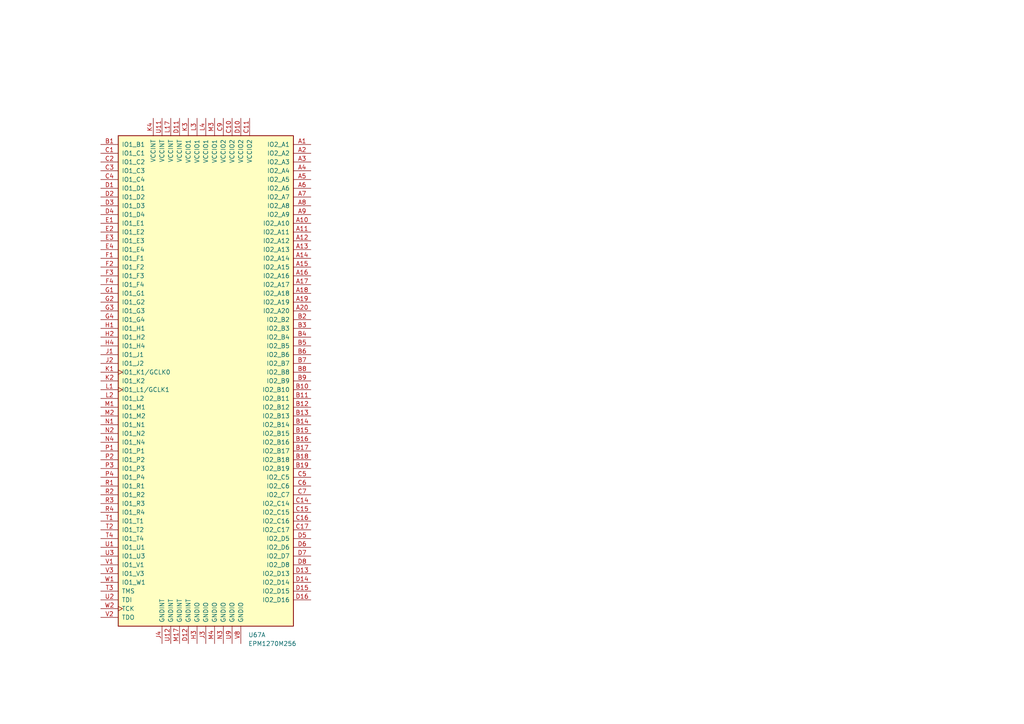
<source format=kicad_sch>
(kicad_sch (version 20250114) (generator "eeschema") (generator_version "9.0")
  (paper "A4")
  (lib_symbols
    (symbol "CPLD_Altera:EPM1270M256" (pin_names (offset 1.016))
      (property "Reference" "U" (at 15.24 72.39 0))
      (property "Value" "EPM1270M256" (at 12.7 -72.39 0))
      (symbol "EPM1270M256_1_1"
        (rectangle (start -25.4 71.12) (end 25.4 -71.12) (stroke (width 0.254)) (fill (type background)))
        (pin bidirectional line (at -30.48 68.58 0) (length 5.08) (name "IO1_B1") (number "B1"))
        (pin bidirectional line (at -30.48 66.04 0) (length 5.08) (name "IO1_C1") (number "C1"))
        (pin bidirectional line (at -30.48 63.5 0) (length 5.08) (name "IO1_C2") (number "C2"))
        (pin bidirectional line (at -30.48 60.96 0) (length 5.08) (name "IO1_C3") (number "C3"))
        (pin bidirectional line (at -30.48 58.42 0) (length 5.08) (name "IO1_C4") (number "C4"))
        (pin bidirectional line (at -30.48 55.88 0) (length 5.08) (name "IO1_D1") (number "D1"))
        (pin bidirectional line (at -30.48 53.34 0) (length 5.08) (name "IO1_D2") (number "D2"))
        (pin bidirectional line (at -30.48 50.8 0) (length 5.08) (name "IO1_D3") (number "D3"))
        (pin bidirectional line (at -30.48 48.26 0) (length 5.08) (name "IO1_D4") (number "D4"))
        (pin bidirectional line (at -30.48 45.72 0) (length 5.08) (name "IO1_E1") (number "E1"))
        (pin bidirectional line (at -30.48 43.18 0) (length 5.08) (name "IO1_E2") (number "E2"))
        (pin bidirectional line (at -30.48 40.64 0) (length 5.08) (name "IO1_E3") (number "E3"))
        (pin bidirectional line (at -30.48 38.1 0) (length 5.08) (name "IO1_E4") (number "E4"))
        (pin bidirectional line (at -30.48 35.56 0) (length 5.08) (name "IO1_F1") (number "F1"))
        (pin bidirectional line (at -30.48 33.02 0) (length 5.08) (name "IO1_F2") (number "F2"))
        (pin bidirectional line (at -30.48 30.48 0) (length 5.08) (name "IO1_F3") (number "F3"))
        (pin bidirectional line (at -30.48 27.94 0) (length 5.08) (name "IO1_F4") (number "F4"))
        (pin bidirectional line (at -30.48 25.4 0) (length 5.08) (name "IO1_G1") (number "G1"))
        (pin bidirectional line (at -30.48 22.86 0) (length 5.08) (name "IO1_G2") (number "G2"))
        (pin bidirectional line (at -30.48 20.32 0) (length 5.08) (name "IO1_G3") (number "G3"))
        (pin bidirectional line (at -30.48 17.78 0) (length 5.08) (name "IO1_G4") (number "G4"))
        (pin bidirectional line (at -30.48 15.24 0) (length 5.08) (name "IO1_H1") (number "H1"))
        (pin bidirectional line (at -30.48 12.7 0) (length 5.08) (name "IO1_H2") (number "H2"))
        (pin bidirectional line (at -30.48 10.16 0) (length 5.08) (name "IO1_H4") (number "H4"))
        (pin bidirectional line (at -30.48 7.62 0) (length 5.08) (name "IO1_J1") (number "J1"))
        (pin bidirectional line (at -30.48 5.08 0) (length 5.08) (name "IO1_J2") (number "J2"))
        (pin bidirectional clock (at -30.48 2.54 0) (length 5.08) (name "IO1_K1/GCLK0") (number "K1"))
        (pin bidirectional line (at -30.48 0 0) (length 5.08) (name "IO1_K2") (number "K2"))
        (pin bidirectional clock (at -30.48 -2.54 0) (length 5.08) (name "IO1_L1/GCLK1") (number "L1"))
        (pin bidirectional line (at -30.48 -5.08 0) (length 5.08) (name "IO1_L2") (number "L2"))
        (pin bidirectional line (at -30.48 -7.62 0) (length 5.08) (name "IO1_M1") (number "M1"))
        (pin bidirectional line (at -30.48 -10.16 0) (length 5.08) (name "IO1_M2") (number "M2"))
        (pin bidirectional line (at -30.48 -12.7 0) (length 5.08) (name "IO1_N1") (number "N1"))
        (pin bidirectional line (at -30.48 -15.24 0) (length 5.08) (name "IO1_N2") (number "N2"))
        (pin bidirectional line (at -30.48 -17.78 0) (length 5.08) (name "IO1_N4") (number "N4"))
        (pin bidirectional line (at -30.48 -20.32 0) (length 5.08) (name "IO1_P1") (number "P1"))
        (pin bidirectional line (at -30.48 -22.86 0) (length 5.08) (name "IO1_P2") (number "P2"))
        (pin bidirectional line (at -30.48 -25.4 0) (length 5.08) (name "IO1_P3") (number "P3"))
        (pin bidirectional line (at -30.48 -27.94 0) (length 5.08) (name "IO1_P4") (number "P4"))
        (pin bidirectional line (at -30.48 -30.48 0) (length 5.08) (name "IO1_R1") (number "R1"))
        (pin bidirectional line (at -30.48 -33.02 0) (length 5.08) (name "IO1_R2") (number "R2"))
        (pin bidirectional line (at -30.48 -35.56 0) (length 5.08) (name "IO1_R3") (number "R3"))
        (pin bidirectional line (at -30.48 -38.1 0) (length 5.08) (name "IO1_R4") (number "R4"))
        (pin bidirectional line (at -30.48 -40.64 0) (length 5.08) (name "IO1_T1") (number "T1"))
        (pin bidirectional line (at -30.48 -43.18 0) (length 5.08) (name "IO1_T2") (number "T2"))
        (pin bidirectional line (at -30.48 -45.72 0) (length 5.08) (name "IO1_T4") (number "T4"))
        (pin bidirectional line (at -30.48 -48.26 0) (length 5.08) (name "IO1_U1") (number "U1"))
        (pin bidirectional line (at -30.48 -50.8 0) (length 5.08) (name "IO1_U3") (number "U3"))
        (pin bidirectional line (at -30.48 -53.34 0) (length 5.08) (name "IO1_V1") (number "V1"))
        (pin bidirectional line (at -30.48 -55.88 0) (length 5.08) (name "IO1_V3") (number "V3"))
        (pin bidirectional line (at -30.48 -58.42 0) (length 5.08) (name "IO1_W1") (number "W1"))
        (pin input line (at -30.48 -60.96 0) (length 5.08) (name "TMS") (number "T3"))
        (pin input line (at -30.48 -63.5 0) (length 5.08) (name "TDI") (number "U2"))
        (pin input clock (at -30.48 -66.04 0) (length 5.08) (name "TCK") (number "W2"))
        (pin output line (at -30.48 -68.58 0) (length 5.08) (name "TDO") (number "V2"))
        (pin power_in line (at -15.24 76.2 270) (length 5.08) (name "VCCINT") (number "K4"))
        (pin power_in line (at -12.7 76.2 270) (length 5.08) (name "VCCINT") (number "U11"))
        (pin power_in line (at -12.7 -76.2 90) (length 5.08) (name "GNDINT") (number "J4"))
        (pin power_in line (at -10.16 76.2 270) (length 5.08) (name "VCCINT") (number "L17"))
        (pin power_in line (at -10.16 -76.2 90) (length 5.08) (name "GNDINT") (number "U12"))
        (pin power_in line (at -7.62 76.2 270) (length 5.08) (name "VCCINT") (number "D11"))
        (pin power_in line (at -7.62 -76.2 90) (length 5.08) (name "GNDINT") (number "M17"))
        (pin power_in line (at -5.08 76.2 270) (length 5.08) (name "VCCIO1") (number "K3"))
        (pin power_in line (at -5.08 -76.2 90) (length 5.08) (name "GNDINT") (number "D12"))
        (pin power_in line (at -2.54 76.2 270) (length 5.08) (name "VCCIO1") (number "L3"))
        (pin power_in line (at -2.54 -76.2 90) (length 5.08) (name "GNDIO") (number "H3"))
        (pin power_in line (at 0 76.2 270) (length 5.08) (name "VCCIO1") (number "L4"))
        (pin power_in line (at 0 -76.2 90) (length 5.08) (name "GNDIO") (number "J3"))
        (pin power_in line (at 2.54 76.2 270) (length 5.08) (name "VCCIO1") (number "M3"))
        (pin power_in line (at 2.54 -76.2 90) (length 5.08) (name "GNDIO") (number "M4"))
        (pin power_in line (at 5.08 76.2 270) (length 5.08) (name "VCCIO2") (number "C9"))
        (pin power_in line (at 5.08 -76.2 90) (length 5.08) (name "GNDIO") (number "N3"))
        (pin power_in line (at 7.62 76.2 270) (length 5.08) (name "VCCIO2") (number "C10"))
        (pin power_in line (at 7.62 -76.2 90) (length 5.08) (name "GNDIO") (number "U9"))
        (pin power_in line (at 10.16 76.2 270) (length 5.08) (name "VCCIO2") (number "D10"))
        (pin power_in line (at 10.16 -76.2 90) (length 5.08) (name "GNDIO") (number "V8"))
        (pin power_in line (at 12.7 76.2 270) (length 5.08) (name "VCCIO2") (number "C11"))
        (pin bidirectional line (at 30.48 68.58 180) (length 5.08) (name "IO2_A1") (number "A1"))
        (pin bidirectional line (at 30.48 66.04 180) (length 5.08) (name "IO2_A2") (number "A2"))
        (pin bidirectional line (at 30.48 63.5 180) (length 5.08) (name "IO2_A3") (number "A3"))
        (pin bidirectional line (at 30.48 60.96 180) (length 5.08) (name "IO2_A4") (number "A4"))
        (pin bidirectional line (at 30.48 58.42 180) (length 5.08) (name "IO2_A5") (number "A5"))
        (pin bidirectional line (at 30.48 55.88 180) (length 5.08) (name "IO2_A6") (number "A6"))
        (pin bidirectional line (at 30.48 53.34 180) (length 5.08) (name "IO2_A7") (number "A7"))
        (pin bidirectional line (at 30.48 50.8 180) (length 5.08) (name "IO2_A8") (number "A8"))
        (pin bidirectional line (at 30.48 48.26 180) (length 5.08) (name "IO2_A9") (number "A9"))
        (pin bidirectional line (at 30.48 45.72 180) (length 5.08) (name "IO2_A10") (number "A10"))
        (pin bidirectional line (at 30.48 43.18 180) (length 5.08) (name "IO2_A11") (number "A11"))
        (pin bidirectional line (at 30.48 40.64 180) (length 5.08) (name "IO2_A12") (number "A12"))
        (pin bidirectional line (at 30.48 38.1 180) (length 5.08) (name "IO2_A13") (number "A13"))
        (pin bidirectional line (at 30.48 35.56 180) (length 5.08) (name "IO2_A14") (number "A14"))
        (pin bidirectional line (at 30.48 33.02 180) (length 5.08) (name "IO2_A15") (number "A15"))
        (pin bidirectional line (at 30.48 30.48 180) (length 5.08) (name "IO2_A16") (number "A16"))
        (pin bidirectional line (at 30.48 27.94 180) (length 5.08) (name "IO2_A17") (number "A17"))
        (pin bidirectional line (at 30.48 25.4 180) (length 5.08) (name "IO2_A18") (number "A18"))
        (pin bidirectional line (at 30.48 22.86 180) (length 5.08) (name "IO2_A19") (number "A19"))
        (pin bidirectional line (at 30.48 20.32 180) (length 5.08) (name "IO2_A20") (number "A20"))
        (pin bidirectional line (at 30.48 17.78 180) (length 5.08) (name "IO2_B2") (number "B2"))
        (pin bidirectional line (at 30.48 15.24 180) (length 5.08) (name "IO2_B3") (number "B3"))
        (pin bidirectional line (at 30.48 12.7 180) (length 5.08) (name "IO2_B4") (number "B4"))
        (pin bidirectional line (at 30.48 10.16 180) (length 5.08) (name "IO2_B5") (number "B5"))
        (pin bidirectional line (at 30.48 7.62 180) (length 5.08) (name "IO2_B6") (number "B6"))
        (pin bidirectional line (at 30.48 5.08 180) (length 5.08) (name "IO2_B7") (number "B7"))
        (pin bidirectional line (at 30.48 2.54 180) (length 5.08) (name "IO2_B8") (number "B8"))
        (pin bidirectional line (at 30.48 0 180) (length 5.08) (name "IO2_B9") (number "B9"))
        (pin bidirectional line (at 30.48 -2.54 180) (length 5.08) (name "IO2_B10") (number "B10"))
        (pin bidirectional line (at 30.48 -5.08 180) (length 5.08) (name "IO2_B11") (number "B11"))
        (pin bidirectional line (at 30.48 -7.62 180) (length 5.08) (name "IO2_B12") (number "B12"))
        (pin bidirectional line (at 30.48 -10.16 180) (length 5.08) (name "IO2_B13") (number "B13"))
        (pin bidirectional line (at 30.48 -12.7 180) (length 5.08) (name "IO2_B14") (number "B14"))
        (pin bidirectional line (at 30.48 -15.24 180) (length 5.08) (name "IO2_B15") (number "B15"))
        (pin bidirectional line (at 30.48 -17.78 180) (length 5.08) (name "IO2_B16") (number "B16"))
        (pin bidirectional line (at 30.48 -20.32 180) (length 5.08) (name "IO2_B17") (number "B17"))
        (pin bidirectional line (at 30.48 -22.86 180) (length 5.08) (name "IO2_B18") (number "B18"))
        (pin bidirectional line (at 30.48 -25.4 180) (length 5.08) (name "IO2_B19") (number "B19"))
        (pin bidirectional line (at 30.48 -27.94 180) (length 5.08) (name "IO2_C5") (number "C5"))
        (pin bidirectional line (at 30.48 -30.48 180) (length 5.08) (name "IO2_C6") (number "C6"))
        (pin bidirectional line (at 30.48 -33.02 180) (length 5.08) (name "IO2_C7") (number "C7"))
        (pin bidirectional line (at 30.48 -35.56 180) (length 5.08) (name "IO2_C14") (number "C14"))
        (pin bidirectional line (at 30.48 -38.1 180) (length 5.08) (name "IO2_C15") (number "C15"))
        (pin bidirectional line (at 30.48 -40.64 180) (length 5.08) (name "IO2_C16") (number "C16"))
        (pin bidirectional line (at 30.48 -43.18 180) (length 5.08) (name "IO2_C17") (number "C17"))
        (pin bidirectional line (at 30.48 -45.72 180) (length 5.08) (name "IO2_D5") (number "D5"))
        (pin bidirectional line (at 30.48 -48.26 180) (length 5.08) (name "IO2_D6") (number "D6"))
        (pin bidirectional line (at 30.48 -50.8 180) (length 5.08) (name "IO2_D7") (number "D7"))
        (pin bidirectional line (at 30.48 -53.34 180) (length 5.08) (name "IO2_D8") (number "D8"))
        (pin bidirectional line (at 30.48 -55.88 180) (length 5.08) (name "IO2_D13") (number "D13"))
        (pin bidirectional line (at 30.48 -58.42 180) (length 5.08) (name "IO2_D14") (number "D14"))
        (pin bidirectional line (at 30.48 -60.96 180) (length 5.08) (name "IO2_D15") (number "D15"))
        (pin bidirectional line (at 30.48 -63.5 180) (length 5.08) (name "IO2_D16") (number "D16"))
      )
      (symbol "EPM1270M256_2_1"
        (rectangle (start -25.4 71.12) (end 25.4 -71.12) (stroke (width 0.254)) (fill (type background)))
        (pin bidirectional line (at -30.48 68.58 0) (length 5.08) (name "IO3_B20") (number "B20"))
        (pin bidirectional line (at -30.48 66.04 0) (length 5.08) (name "IO3_C18") (number "C18"))
        (pin bidirectional line (at -30.48 63.5 0) (length 5.08) (name "IO3_C19") (number "C19"))
        (pin bidirectional line (at -30.48 60.96 0) (length 5.08) (name "IO3_C20") (number "C20"))
        (pin bidirectional line (at -30.48 58.42 0) (length 5.08) (name "IO3_D17") (number "D17"))
        (pin bidirectional line (at -30.48 55.88 0) (length 5.08) (name "IO3_D18") (number "D18"))
        (pin bidirectional line (at -30.48 53.34 0) (length 5.08) (name "IO3_D19") (number "D19"))
        (pin bidirectional line (at -30.48 50.8 0) (length 5.08) (name "IO3_D20") (number "D20"))
        (pin bidirectional line (at -30.48 48.26 0) (length 5.08) (name "IO3_E17") (number "E17"))
        (pin bidirectional line (at -30.48 45.72 0) (length 5.08) (name "IO3_E18") (number "E18"))
        (pin bidirectional line (at -30.48 43.18 0) (length 5.08) (name "IO3_E19") (number "E19"))
        (pin bidirectional line (at -30.48 40.64 0) (length 5.08) (name "IO3_E20") (number "E20"))
        (pin bidirectional line (at -30.48 38.1 0) (length 5.08) (name "IO3_F17") (number "F17"))
        (pin bidirectional line (at -30.48 35.56 0) (length 5.08) (name "IO3_F18") (number "F18"))
        (pin bidirectional line (at -30.48 33.02 0) (length 5.08) (name "IO3_F19") (number "F19"))
        (pin bidirectional line (at -30.48 30.48 0) (length 5.08) (name "IO3_F20") (number "F20"))
        (pin bidirectional line (at -30.48 27.94 0) (length 5.08) (name "IO3_G17") (number "G17"))
        (pin bidirectional line (at -30.48 25.4 0) (length 5.08) (name "IO3_G18") (number "G18"))
        (pin bidirectional line (at -30.48 22.86 0) (length 5.08) (name "IO3_G19") (number "G19"))
        (pin bidirectional line (at -30.48 20.32 0) (length 5.08) (name "IO3_G20") (number "G20"))
        (pin bidirectional line (at -30.48 17.78 0) (length 5.08) (name "IO3_H17") (number "H17"))
        (pin bidirectional line (at -30.48 15.24 0) (length 5.08) (name "IO3_H19") (number "H19"))
        (pin bidirectional line (at -30.48 12.7 0) (length 5.08) (name "IO3_H20") (number "H20"))
        (pin bidirectional line (at -30.48 10.16 0) (length 5.08) (name "IO3_J19") (number "J19"))
        (pin bidirectional line (at -30.48 7.62 0) (length 5.08) (name "IO3_J20") (number "J20"))
        (pin bidirectional line (at -30.48 5.08 0) (length 5.08) (name "IO3_K19") (number "K19"))
        (pin bidirectional line (at -30.48 2.54 0) (length 5.08) (name "IO3_K20") (number "K20"))
        (pin bidirectional line (at -30.48 0 0) (length 5.08) (name "IO3_L19") (number "L19"))
        (pin bidirectional clock (at -30.48 -2.54 0) (length 5.08) (name "IO3_L20/GCLK3") (number "L20"))
        (pin bidirectional line (at -30.48 -5.08 0) (length 5.08) (name "IO3_M19") (number "M19"))
        (pin bidirectional clock (at -30.48 -7.62 0) (length 5.08) (name "IO3_M20/GCLK2") (number "M20"))
        (pin bidirectional line (at -30.48 -10.16 0) (length 5.08) (name "IO3_N17") (number "N17"))
        (pin bidirectional line (at -30.48 -12.7 0) (length 5.08) (name "IO3_N19") (number "N19"))
        (pin bidirectional line (at -30.48 -15.24 0) (length 5.08) (name "IO3_N20") (number "N20"))
        (pin bidirectional line (at -30.48 -17.78 0) (length 5.08) (name "IO3_P17") (number "P17"))
        (pin bidirectional line (at -30.48 -20.32 0) (length 5.08) (name "IO3_P18") (number "P18"))
        (pin bidirectional line (at -30.48 -22.86 0) (length 5.08) (name "IO3_P19") (number "P19"))
        (pin bidirectional line (at -30.48 -25.4 0) (length 5.08) (name "IO3_P20") (number "P20"))
        (pin bidirectional line (at -30.48 -27.94 0) (length 5.08) (name "IO3_R17") (number "R17"))
        (pin bidirectional line (at -30.48 -30.48 0) (length 5.08) (name "IO3_R18") (number "R18"))
        (pin bidirectional line (at -30.48 -33.02 0) (length 5.08) (name "IO3_R19") (number "R19"))
        (pin bidirectional line (at -30.48 -35.56 0) (length 5.08) (name "IO3_R20") (number "R20"))
        (pin bidirectional line (at -30.48 -38.1 0) (length 5.08) (name "IO3_T17") (number "T17"))
        (pin bidirectional line (at -30.48 -40.64 0) (length 5.08) (name "IO3_T18") (number "T18"))
        (pin bidirectional line (at -30.48 -43.18 0) (length 5.08) (name "IO3_T19") (number "T19"))
        (pin bidirectional line (at -30.48 -45.72 0) (length 5.08) (name "IO3_T20") (number "T20"))
        (pin bidirectional line (at -30.48 -48.26 0) (length 5.08) (name "IO3_U17") (number "U17"))
        (pin bidirectional line (at -30.48 -50.8 0) (length 5.08) (name "IO3_U18") (number "U18"))
        (pin bidirectional line (at -30.48 -53.34 0) (length 5.08) (name "IO3_U19") (number "U19"))
        (pin bidirectional line (at -30.48 -55.88 0) (length 5.08) (name "IO3_U20") (number "U20"))
        (pin bidirectional line (at -30.48 -58.42 0) (length 5.08) (name "IO3_V19") (number "V19"))
        (pin bidirectional line (at -30.48 -60.96 0) (length 5.08) (name "IO3_V20") (number "V20"))
        (pin bidirectional line (at -30.48 -63.5 0) (length 5.08) (name "IO3_W19") (number "W19"))
        (pin bidirectional line (at -30.48 -66.04 0) (length 5.08) (name "IO3_W20") (number "W20"))
        (pin bidirectional line (at -30.48 -68.58 0) (length 5.08) (name "IO3_Y20") (number "Y20"))
        (pin power_in line (at -12.7 -76.2 90) (length 5.08) (name "GNDIO") (number "V9"))
        (pin power_in line (at -10.16 76.2 270) (length 5.08) (name "VCCIO3") (number "J18"))
        (pin power_in line (at -10.16 -76.2 90) (length 5.08) (name "GNDIO") (number "V13"))
        (pin power_in line (at -7.62 76.2 270) (length 5.08) (name "VCCIO3") (number "K17"))
        (pin power_in line (at -7.62 -76.2 90) (length 5.08) (name "GNDIO") (number "H18"))
        (pin power_in line (at -5.08 76.2 270) (length 5.08) (name "VCCIO3") (number "K18"))
        (pin power_in line (at -5.08 -76.2 90) (length 5.08) (name "GNDIO") (number "J17"))
        (pin power_in line (at -2.54 76.2 270) (length 5.08) (name "VCCIO3") (number "L18"))
        (pin power_in line (at -2.54 -76.2 90) (length 5.08) (name "GNDIO") (number "N18"))
        (pin power_in line (at 0 76.2 270) (length 5.08) (name "VCCIO4") (number "U10"))
        (pin power_in line (at 0 -76.2 90) (length 5.08) (name "GNDIO") (number "C8"))
        (pin power_in line (at 2.54 76.2 270) (length 5.08) (name "VCCIO4") (number "V10"))
        (pin power_in line (at 2.54 -76.2 90) (length 5.08) (name "GNDIO") (number "D9"))
        (pin power_in line (at 5.08 76.2 270) (length 5.08) (name "VCCIO4") (number "V11"))
        (pin power_in line (at 5.08 -76.2 90) (length 5.08) (name "GNDIO") (number "C12"))
        (pin power_in line (at 7.62 76.2 270) (length 5.08) (name "VCCIO4") (number "V12"))
        (pin power_in line (at 7.62 -76.2 90) (length 5.08) (name "GNDIO") (number "C13"))
        (pin power_in line (at 10.16 -76.2 90) (length 5.08) (name "GNDIO") (number "M18"))
        (pin bidirectional line (at 30.48 68.58 180) (length 5.08) (name "IO4_U4") (number "U4"))
        (pin bidirectional line (at 30.48 66.04 180) (length 5.08) (name "IO4_U5") (number "U5"))
        (pin bidirectional line (at 30.48 63.5 180) (length 5.08) (name "IO4_U6") (number "U6"))
        (pin bidirectional line (at 30.48 60.96 180) (length 5.08) (name "IO4_U7") (number "U7"))
        (pin bidirectional line (at 30.48 58.42 180) (length 5.08) (name "IO4_U8") (number "U8"))
        (pin bidirectional line (at 30.48 55.88 180) (length 5.08) (name "IO4_U13") (number "U13"))
        (pin bidirectional line (at 30.48 53.34 180) (length 5.08) (name "IO4_U14") (number "U14"))
        (pin bidirectional line (at 30.48 50.8 180) (length 5.08) (name "IO4_U15") (number "U15"))
        (pin bidirectional line (at 30.48 48.26 180) (length 5.08) (name "IO4_U16") (number "U16"))
        (pin bidirectional line (at 30.48 45.72 180) (length 5.08) (name "IO4_V4") (number "V4"))
        (pin bidirectional line (at 30.48 43.18 180) (length 5.08) (name "IO4_V5") (number "V5"))
        (pin bidirectional line (at 30.48 40.64 180) (length 5.08) (name "IO4_V6") (number "V6"))
        (pin bidirectional line (at 30.48 38.1 180) (length 5.08) (name "IO4_V7") (number "V7"))
        (pin bidirectional line (at 30.48 35.56 180) (length 5.08) (name "IO4_V14") (number "V14"))
        (pin bidirectional line (at 30.48 33.02 180) (length 5.08) (name "IO4_V15") (number "V15"))
        (pin bidirectional line (at 30.48 30.48 180) (length 5.08) (name "IO4_V16") (number "V16"))
        (pin bidirectional line (at 30.48 27.94 180) (length 5.08) (name "IO4_V17") (number "V17"))
        (pin bidirectional line (at 30.48 25.4 180) (length 5.08) (name "IO4_V18") (number "V18"))
        (pin bidirectional line (at 30.48 22.86 180) (length 5.08) (name "IO4_W3") (number "W3"))
        (pin bidirectional line (at 30.48 20.32 180) (length 5.08) (name "IO4_W4") (number "W4"))
        (pin bidirectional line (at 30.48 17.78 180) (length 5.08) (name "IO4_W5") (number "W5"))
        (pin bidirectional line (at 30.48 15.24 180) (length 5.08) (name "IO4_W6") (number "W6"))
        (pin bidirectional line (at 30.48 12.7 180) (length 5.08) (name "IO4_W7") (number "W7"))
        (pin bidirectional line (at 30.48 10.16 180) (length 5.08) (name "IO4_W8") (number "W8"))
        (pin bidirectional line (at 30.48 7.62 180) (length 5.08) (name "IO4_W9") (number "W9"))
        (pin bidirectional line (at 30.48 5.08 180) (length 5.08) (name "IO4_W10") (number "W10"))
        (pin bidirectional line (at 30.48 2.54 180) (length 5.08) (name "IO4_W11") (number "W11"))
        (pin bidirectional line (at 30.48 0 180) (length 5.08) (name "IO4_W12/DEV_OE") (number "W12"))
        (pin bidirectional line (at 30.48 -2.54 180) (length 5.08) (name "IO4_W13") (number "W13"))
        (pin bidirectional line (at 30.48 -5.08 180) (length 5.08) (name "IO4_W14") (number "W14"))
        (pin bidirectional line (at 30.48 -7.62 180) (length 5.08) (name "IO4_W15") (number "W15"))
        (pin bidirectional line (at 30.48 -10.16 180) (length 5.08) (name "IO4_W16") (number "W16"))
        (pin bidirectional line (at 30.48 -12.7 180) (length 5.08) (name "IO4_W17") (number "W17"))
        (pin bidirectional line (at 30.48 -15.24 180) (length 5.08) (name "IO4_W18") (number "W18"))
        (pin bidirectional line (at 30.48 -17.78 180) (length 5.08) (name "IO4_Y1") (number "Y1"))
        (pin bidirectional line (at 30.48 -20.32 180) (length 5.08) (name "IO4_Y2") (number "Y2"))
        (pin bidirectional line (at 30.48 -22.86 180) (length 5.08) (name "IO4_Y3") (number "Y3"))
        (pin bidirectional line (at 30.48 -25.4 180) (length 5.08) (name "IO4_Y4") (number "Y4"))
        (pin bidirectional line (at 30.48 -27.94 180) (length 5.08) (name "IO4_Y5") (number "Y5"))
        (pin bidirectional line (at 30.48 -30.48 180) (length 5.08) (name "IO4_Y6") (number "Y6"))
        (pin bidirectional line (at 30.48 -33.02 180) (length 5.08) (name "IO4_Y7") (number "Y7"))
        (pin bidirectional line (at 30.48 -35.56 180) (length 5.08) (name "IO4_Y8") (number "Y8"))
        (pin bidirectional line (at 30.48 -38.1 180) (length 5.08) (name "IO4_Y9") (number "Y9"))
        (pin bidirectional line (at 30.48 -40.64 180) (length 5.08) (name "IO4_Y10") (number "Y10"))
        (pin bidirectional line (at 30.48 -43.18 180) (length 5.08) (name "IO4_Y11") (number "Y11"))
        (pin bidirectional line (at 30.48 -45.72 180) (length 5.08) (name "IO4_Y12") (number "Y12"))
        (pin bidirectional line (at 30.48 -48.26 180) (length 5.08) (name "IO4_Y13/DEV_CLRn") (number "Y13"))
        (pin bidirectional line (at 30.48 -50.8 180) (length 5.08) (name "IO4_Y14") (number "Y14"))
        (pin bidirectional line (at 30.48 -53.34 180) (length 5.08) (name "IO4_Y15") (number "Y15"))
        (pin bidirectional line (at 30.48 -55.88 180) (length 5.08) (name "IO4_Y16") (number "Y16"))
        (pin bidirectional line (at 30.48 -58.42 180) (length 5.08) (name "IO4_Y17") (number "Y17"))
        (pin bidirectional line (at 30.48 -60.96 180) (length 5.08) (name "IO4_Y18") (number "Y18"))
        (pin bidirectional line (at 30.48 -63.5 180) (length 5.08) (name "IO4_Y19") (number "Y19"))
      )
    )
  )
  (symbol (lib_id "CPLD_Altera:EPM1270M256") (at 59.69 110.49 0) (unit 1)
    (property "Reference" "U67" (at 71.9933 184.15 0) (effects (justify left)))
    (property "Value" "EPM1270M256" (at 71.9933 186.69 0) (effects (justify left)))
    (property "Footprint" "Package_BGA:BGA-256_11.0x11.0mm_Layout20x20_P0.5mm_Ball0.3mm_Pad0.25mm_NSMD" (effects (hide yes)))
    (property "Datasheet" "https://www.altera.com/content/dam/altera-www/global/en_US/pdfs/literature/hb/max2/max2_mii5v1.pdf" (effects (hide yes)))
    (property "Description" "Altera MAX2 CPLD with 1270 LE" (effects (hide yes)))
  )
)
</source>
